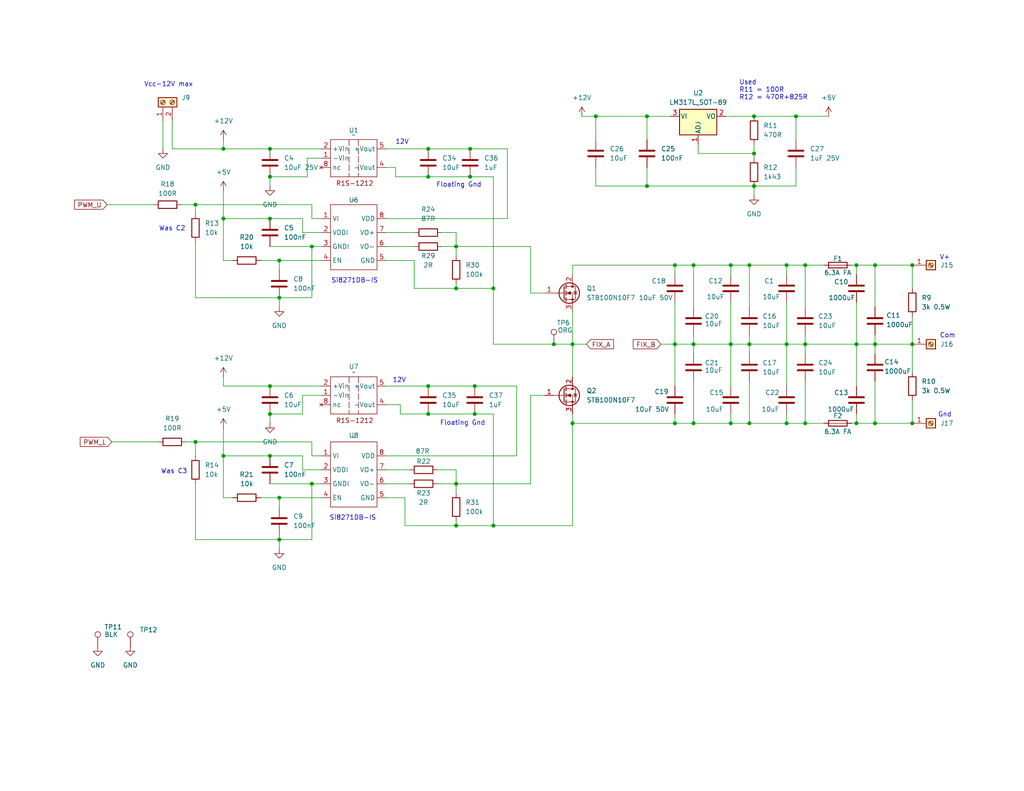
<source format=kicad_sch>
(kicad_sch (version 20250114) (generator "eeschema") (generator_version "9.0")
  (paper "USLetter")
  (title_block (title "Triple Pulse Core Tester") (date "2025-01-31") (rev "0"))
  (lib_symbols
    (symbol "Connector:Screw_Terminal_01x01" (pin_names (offset 1.016) (hide yes))
      (property "Reference" "J" (at 0 2.54 0))
      (property "Value" "Screw_Terminal_01x01" (at 0 -2.54 0))
      (symbol "Screw_Terminal_01x01_1_1"
        (rectangle (start -1.27 1.27) (end 1.27 -1.27) (stroke (width 0.254)) (fill (type background)))
        (polyline (pts (xy -0.5334 0.3302) (xy 0.3302 -0.508)) (stroke (width 0.1524)))
        (polyline (pts (xy -0.3556 0.508) (xy 0.508 -0.3302)) (stroke (width 0.1524)))
        (circle (center 0 0) (radius 0.635) (stroke (width 0.1524)))
        (pin passive line (at -5.08 0 0) (length 3.81) (name "Pin_1") (number "1"))
      )
    )
    (symbol "Connector:Screw_Terminal_01x02" (pin_names (offset 1.016) (hide yes))
      (property "Reference" "J" (at 0 2.54 0))
      (property "Value" "Screw_Terminal_01x02" (at 0 -5.08 0))
      (symbol "Screw_Terminal_01x02_1_1"
        (rectangle (start -1.27 1.27) (end 1.27 -3.81) (stroke (width 0.254)) (fill (type background)))
        (polyline (pts (xy -0.5334 0.3302) (xy 0.3302 -0.508)) (stroke (width 0.1524)))
        (polyline (pts (xy -0.5334 -2.2098) (xy 0.3302 -3.048)) (stroke (width 0.1524)))
        (polyline (pts (xy -0.3556 0.508) (xy 0.508 -0.3302)) (stroke (width 0.1524)))
        (polyline (pts (xy -0.3556 -2.032) (xy 0.508 -2.8702)) (stroke (width 0.1524)))
        (circle (center 0 0) (radius 0.635) (stroke (width 0.1524)))
        (circle (center 0 -2.54) (radius 0.635) (stroke (width 0.1524)))
        (pin passive line (at -5.08 0 0) (length 3.81) (name "Pin_1") (number "1"))
        (pin passive line (at -5.08 -2.54 0) (length 3.81) (name "Pin_2") (number "2"))
      )
    )
    (symbol "Connector:TestPoint" (pin_numbers (hide yes)) (pin_names (offset 0.762) (hide yes))
      (property "Reference" "TP" (at 0 6.858 0))
      (property "Value" "TestPoint" (at 0 5.08 0))
      (symbol "TestPoint_0_1"
        (circle (center 0 3.302) (radius 0.762))
      )
      (symbol "TestPoint_1_1"
        (pin passive line (at 0 0 90) (length 2.54) (name "1") (number "1"))
      )
    )
    (symbol "Device:C" (pin_numbers (hide yes)) (pin_names (offset 0.254))
      (property "Reference" "C" (at 0.635 2.54 0))
      (property "Value" "C" (at 0.635 -2.54 0))
      (symbol "C_0_1"
        (polyline (pts (xy -2.032 0.762) (xy 2.032 0.762)) (stroke (width 0.508)))
        (polyline (pts (xy -2.032 -0.762) (xy 2.032 -0.762)) (stroke (width 0.508)))
      )
      (symbol "C_1_1"
        (pin passive line (at 0 3.81 270) (length 2.794) (name "~") (number "1"))
        (pin passive line (at 0 -3.81 90) (length 2.794) (name "~") (number "2"))
      )
    )
    (symbol "Device:Fuse" (pin_numbers (hide yes)) (pin_names (offset 0))
      (property "Reference" "F" (at 2.032 0 90))
      (property "Value" "Fuse" (at -1.905 0 90))
      (symbol "Fuse_0_1"
        (rectangle (start -0.762 -2.54) (end 0.762 2.54) (stroke (width 0.254)))
        (polyline (pts (xy 0 2.54) (xy 0 -2.54)))
      )
      (symbol "Fuse_1_1"
        (pin passive line (at 0 3.81 270) (length 1.27) (name "~") (number "1"))
        (pin passive line (at 0 -3.81 90) (length 1.27) (name "~") (number "2"))
      )
    )
    (symbol "Device:R" (pin_numbers (hide yes)) (pin_names (offset 0))
      (property "Reference" "R" (at 2.032 0 90))
      (property "Value" "R" (at 0 0 90))
      (symbol "R_0_1"
        (rectangle (start -1.016 -2.54) (end 1.016 2.54) (stroke (width 0.254)))
      )
      (symbol "R_1_1"
        (pin passive line (at 0 3.81 270) (length 1.27) (name "~") (number "1"))
        (pin passive line (at 0 -3.81 90) (length 1.27) (name "~") (number "2"))
      )
    )
    (symbol "GS_Library:R1S-1212"
      (property "Reference" "U" (at 0 6.858 0))
      (symbol "R1S-1212_0_1"
        (rectangle (start -6.35 5.08) (end 6.35 -5.08))
      )
      (symbol "R1S-1212_1_1"
        (polyline (pts (xy -1.27 5.08) (xy -1.27 -5.08)) (stroke (width 0) (type dash)))
        (polyline (pts (xy 1.27 5.08) (xy 1.27 -5.08)) (stroke (width 0) (type dash)))
        (text "R1S-1212" (at 0.254 -6.858 0) (effects (font (size 1.27 1.27))))
        (pin power_in line (at -8.89 2.54 0) (length 2.54) (name "+Vin") (number "2"))
        (pin power_in line (at -8.89 0 0) (length 2.54) (name "-Vin") (number "1"))
        (pin no_connect line (at -8.89 -2.54 0) (length 2.54) (name "nc") (number "8"))
        (pin power_out line (at 8.89 2.54 180) (length 2.54) (name "+Vout") (number "5"))
        (pin power_out line (at 8.89 -2.54 180) (length 2.54) (name "-Vout") (number "4"))
      )
    )
    (symbol "GS_Library:Si8271DB"
      (property "Reference" "U" (at -1.27 10.414 0))
      (symbol "Si8271DB_0_1"
        (rectangle (start -6.35 8.89) (end 6.35 -8.89))
      )
      (symbol "Si8271DB_1_1"
        (pin input line (at -8.89 5.08 0) (length 2.54) (name "VI") (number "1"))
        (pin power_in line (at -8.89 1.27 0) (length 2.54) (name "VDDI") (number "2"))
        (pin power_in line (at -8.89 -2.54 0) (length 2.54) (name "GNDI") (number "3"))
        (pin input line (at -8.89 -6.35 0) (length 2.54) (name "EN") (number "4"))
        (pin power_in line (at 8.89 5.08 180) (length 2.54) (name "VDD") (number "8"))
        (pin output line (at 8.89 1.27 180) (length 2.54) (name "VO+") (number "7"))
        (pin output line (at 8.89 -2.54 180) (length 2.54) (name "VO-") (number "6"))
        (pin power_in line (at 8.89 -6.35 180) (length 2.54) (name "GND") (number "5"))
      )
    )
    (symbol "Regulator_Linear:LM317L_SOT-89" (pin_names (offset 0.254))
      (property "Reference" "U" (at -3.81 3.175 0))
      (property "Value" "LM317L_SOT-89" (at 0 3.175 0))
      (symbol "LM317L_SOT-89_0_1"
        (rectangle (start -5.08 1.905) (end 5.08 -5.08) (stroke (width 0.254)) (fill (type background)))
      )
      (symbol "LM317L_SOT-89_1_1"
        (pin power_in line (at -7.62 0 0) (length 2.54) (name "VI") (number "3"))
        (pin input line (at 0 -7.62 90) (length 2.54) (name "ADJ") (number "1"))
        (pin power_out line (at 7.62 0 180) (length 2.54) (name "VO") (number "2"))
      )
    )
    (symbol "Transistor_FET:STB40N60M2" (pin_names (hide yes))
      (property "Reference" "Q" (at 5.08 1.905 0))
      (property "Value" "STB40N60M2" (at 5.08 0 0))
      (symbol "STB40N60M2_0_1"
        (polyline (pts (xy 0.254 1.905) (xy 0.254 -1.905)) (stroke (width 0.254)))
        (polyline (pts (xy 0.254 0) (xy -2.54 0)))
        (polyline (pts (xy 0.762 2.286) (xy 0.762 1.27)) (stroke (width 0.254)))
        (polyline (pts (xy 0.762 0.508) (xy 0.762 -0.508)) (stroke (width 0.254)))
        (polyline (pts (xy 0.762 -1.27) (xy 0.762 -2.286)) (stroke (width 0.254)))
        (polyline (pts (xy 0.762 -1.778) (xy 3.302 -1.778) (xy 3.302 1.778) (xy 0.762 1.778)))
        (polyline (pts (xy 1.016 0) (xy 2.032 0.381) (xy 2.032 -0.381) (xy 1.016 0)) (fill (type outline)))
        (circle (center 1.651 0) (radius 2.794) (stroke (width 0.254)))
        (polyline (pts (xy 2.54 2.54) (xy 2.54 1.778)))
        (circle (center 2.54 1.778) (radius 0.254) (fill (type outline)))
        (circle (center 2.54 -1.778) (radius 0.254) (fill (type outline)))
        (polyline (pts (xy 2.54 -2.54) (xy 2.54 0) (xy 0.762 0)))
        (polyline (pts (xy 2.794 0.508) (xy 2.921 0.381) (xy 3.683 0.381) (xy 3.81 0.254)))
        (polyline (pts (xy 3.302 0.381) (xy 2.921 -0.254) (xy 3.683 -0.254) (xy 3.302 0.381)))
      )
      (symbol "STB40N60M2_1_1"
        (pin passive line (at -5.08 0 0) (length 2.54) (name "G") (number "1"))
        (pin passive line (at 2.54 5.08 270) (length 2.54) (name "D") (number "2"))
        (pin passive line (at 2.54 -5.08 90) (length 2.54) (name "S") (number "3"))
      )
    )
    (symbol "power:+12V" (power) (pin_numbers (hide yes)) (pin_names (offset 0) (hide yes))
      (property "Value" "+12V" (at 0 3.556 0))
      (symbol "+12V_0_1"
        (polyline (pts (xy -0.762 1.27) (xy 0 2.54)))
        (polyline (pts (xy 0 2.54) (xy 0.762 1.27)))
        (polyline (pts (xy 0 0) (xy 0 2.54)))
      )
      (symbol "+12V_1_1"
        (pin power_in line (at 0 0 90) (length 0) (name "~") (number "1"))
      )
    )
    (symbol "power:+5V" (power) (pin_numbers (hide yes)) (pin_names (offset 0) (hide yes))
      (property "Value" "+5V" (at 0 3.556 0))
      (symbol "+5V_0_1"
        (polyline (pts (xy -0.762 1.27) (xy 0 2.54)))
        (polyline (pts (xy 0 2.54) (xy 0.762 1.27)))
        (polyline (pts (xy 0 0) (xy 0 2.54)))
      )
      (symbol "+5V_1_1"
        (pin power_in line (at 0 0 90) (length 0) (name "~") (number "1"))
      )
    )
    (symbol "power:GND" (power) (pin_numbers (hide yes)) (pin_names (offset 0) (hide yes))
      (property "Value" "GND" (at 0 -3.81 0))
      (symbol "GND_0_1"
        (polyline (pts (xy 0 0) (xy 0 -1.27) (xy 1.27 -1.27) (xy 0 -2.54) (xy -1.27 -1.27) (xy 0 -1.27)))
      )
      (symbol "GND_1_1"
        (pin power_in line (at 0 0 270) (length 0) (name "~") (number "1"))
      )
    )
  )
  (text "12V" (at 108.966 103.886 0) (effects (font (size 1.27 1.27))))
  (text "Was C3" (at 47.498 128.778 0) (effects (font (size 1.27 1.27))))
  (text "Si8271DB-IS" (at 96.774 76.708 0) (effects (font (size 1.27 1.27))))
  (text "Was C2" (at 46.99 62.484 0) (effects (font (size 1.27 1.27))))
  (text "Si8271DB-IS" (at 96.266 141.478 0) (effects (font (size 1.27 1.27))))
  (text "12V" (at 109.728 38.862 0) (effects (font (size 1.27 1.27))))
  (text "Vcc-12V max" (at 45.974 23.114 0) (effects (font (size 1.27 1.27))))
  (text "Floating Gnd" (at 126.238 115.57 0) (effects (font (size 1.27 1.27))))
  (text "V+" (at 257.81 70.358 0) (effects (font (size 1.27 1.27))))
  (text "Used\nR11 = 100R\nR12 = 470R+825R" (at 201.676 24.638 0) (effects (font (size 1.27 1.27)) (justify left)))
  (text "Floating Gnd" (at 125.222 50.546 0) (effects (font (size 1.27 1.27))))
  (text "Gnd" (at 257.81 113.284 0) (effects (font (size 1.27 1.27))))
  (text "Com" (at 258.572 91.694 0) (effects (font (size 1.27 1.27))))
  (junction (at 73.66 48.26))
  (junction (at 60.96 59.69))
  (junction (at 76.2 135.89))
  (junction (at 199.39 72.39))
  (junction (at 176.53 50.8))
  (junction (at 128.27 40.64))
  (junction (at 189.23 93.98))
  (junction (at 129.54 113.03))
  (junction (at 73.66 113.03))
  (junction (at 176.53 31.75))
  (junction (at 189.23 72.39))
  (junction (at 151.13 93.98))
  (junction (at 233.68 93.98))
  (junction (at 124.46 132.08))
  (junction (at 184.15 93.98))
  (junction (at 124.46 67.31))
  (junction (at 128.27 48.26))
  (junction (at 73.66 59.69))
  (junction (at 134.62 143.51))
  (junction (at 156.21 93.98))
  (junction (at 238.76 72.39))
  (junction (at 248.92 93.98))
  (junction (at 214.63 115.57))
  (junction (at 233.68 115.57))
  (junction (at 199.39 93.98))
  (junction (at 73.66 40.64))
  (junction (at 219.71 115.57))
  (junction (at 53.34 55.88))
  (junction (at 129.54 105.41))
  (junction (at 73.66 124.46))
  (junction (at 205.74 50.8))
  (junction (at 204.47 115.57))
  (junction (at 205.74 31.75))
  (junction (at 199.39 115.57))
  (junction (at 76.2 147.32))
  (junction (at 85.09 67.31))
  (junction (at 248.92 72.39))
  (junction (at 53.34 120.65))
  (junction (at 184.15 72.39))
  (junction (at 219.71 93.98))
  (junction (at 124.46 143.51))
  (junction (at 214.63 72.39))
  (junction (at 134.62 78.74))
  (junction (at 76.2 71.12))
  (junction (at 85.09 132.08))
  (junction (at 238.76 115.57))
  (junction (at 60.96 124.46))
  (junction (at 162.56 31.75))
  (junction (at 184.15 115.57))
  (junction (at 205.74 41.91))
  (junction (at 76.2 81.28))
  (junction (at 189.23 115.57))
  (junction (at 156.21 115.57))
  (junction (at 116.84 40.64))
  (junction (at 238.76 93.98))
  (junction (at 217.17 31.75))
  (junction (at 214.63 93.98))
  (junction (at 248.92 115.57))
  (junction (at 233.68 72.39))
  (junction (at 116.84 105.41))
  (junction (at 60.96 40.64))
  (junction (at 204.47 72.39))
  (junction (at 116.84 48.26))
  (junction (at 73.66 105.41))
  (junction (at 124.46 78.74))
  (junction (at 116.84 113.03))
  (junction (at 204.47 93.98))
  (junction (at 219.71 72.39))
  (no_connect (at 271.78 226.06))
  (wire (pts (xy 238.76 93.98) (xy 238.76 96.52)))
  (wire (pts (xy 73.66 124.46) (xy 82.55 124.46)))
  (wire (pts (xy 85.09 81.28) (xy 85.09 67.31)))
  (wire (pts (xy 156.21 143.51) (xy 156.21 115.57)))
  (wire (pts (xy 232.41 72.39) (xy 233.68 72.39)))
  (wire (pts (xy 134.62 78.74) (xy 134.62 93.98)))
  (wire (pts (xy 248.92 93.98) (xy 248.92 101.6)))
  (wire (pts (xy 204.47 104.14) (xy 204.47 115.57)))
  (wire (pts (xy 144.78 67.31) (xy 144.78 80.01)))
  (wire (pts (xy 233.68 115.57) (xy 238.76 115.57)))
  (wire (pts (xy 205.74 50.8) (xy 205.74 53.34)))
  (wire (pts (xy 214.63 93.98) (xy 214.63 105.41)))
  (wire (pts (xy 113.03 78.74) (xy 124.46 78.74)))
  (wire (pts (xy 190.5 41.91) (xy 205.74 41.91)))
  (wire (pts (xy 60.96 38.1) (xy 60.96 40.64)))
  (wire (pts (xy 85.09 59.69) (xy 85.09 55.88)))
  (wire (pts (xy 105.41 40.64) (xy 116.84 40.64)))
  (wire (pts (xy 87.63 59.69) (xy 85.09 59.69)))
  (wire (pts (xy 107.95 48.26) (xy 116.84 48.26)))
  (wire (pts (xy 110.49 143.51) (xy 124.46 143.51)))
  (wire (pts (xy 105.41 45.72) (xy 107.95 45.72)))
  (wire (pts (xy 176.53 50.8) (xy 205.74 50.8)))
  (wire (pts (xy 162.56 31.75) (xy 162.56 38.1)))
  (wire (pts (xy 105.41 71.12) (xy 113.03 71.12)))
  (wire (pts (xy 128.27 48.26) (xy 134.62 48.26)))
  (wire (pts (xy 176.53 45.72) (xy 176.53 50.8)))
  (wire (pts (xy 73.66 59.69) (xy 60.96 59.69)))
  (wire (pts (xy 138.43 40.64) (xy 138.43 59.69)))
  (wire (pts (xy 219.71 91.44) (xy 219.71 93.98)))
  (wire (pts (xy 105.41 105.41) (xy 116.84 105.41)))
  (wire (pts (xy 129.54 113.03) (xy 134.62 113.03)))
  (wire (pts (xy 60.96 135.89) (xy 63.5 135.89)))
  (wire (pts (xy 180.34 93.98) (xy 184.15 93.98)))
  (wire (pts (xy 60.96 116.84) (xy 60.96 124.46)))
  (wire (pts (xy 85.09 132.08) (xy 85.09 147.32)))
  (wire (pts (xy 60.96 124.46) (xy 60.96 135.89)))
  (wire (pts (xy 248.92 86.36) (xy 248.92 93.98)))
  (wire (pts (xy 134.62 143.51) (xy 156.21 143.51)))
  (wire (pts (xy 199.39 82.55) (xy 199.39 93.98)))
  (wire (pts (xy 189.23 91.44) (xy 189.23 93.98)))
  (wire (pts (xy 184.15 72.39) (xy 189.23 72.39)))
  (wire (pts (xy 105.41 128.27) (xy 111.76 128.27)))
  (wire (pts (xy 30.48 120.65) (xy 43.18 120.65)))
  (wire (pts (xy 162.56 31.75) (xy 176.53 31.75)))
  (wire (pts (xy 107.95 45.72) (xy 107.95 48.26)))
  (wire (pts (xy 184.15 115.57) (xy 189.23 115.57)))
  (wire (pts (xy 162.56 50.8) (xy 176.53 50.8)))
  (wire (pts (xy 109.22 113.03) (xy 116.84 113.03)))
  (wire (pts (xy 217.17 31.75) (xy 226.06 31.75)))
  (wire (pts (xy 184.15 93.98) (xy 184.15 105.41)))
  (wire (pts (xy 116.84 40.64) (xy 128.27 40.64)))
  (wire (pts (xy 156.21 115.57) (xy 184.15 115.57)))
  (wire (pts (xy 219.71 72.39) (xy 219.71 83.82)))
  (wire (pts (xy 73.66 59.69) (xy 82.55 59.69)))
  (wire (pts (xy 60.96 52.07) (xy 60.96 59.69)))
  (wire (pts (xy 87.63 124.46) (xy 85.09 124.46)))
  (wire (pts (xy 82.55 124.46) (xy 82.55 128.27)))
  (wire (pts (xy 73.66 132.08) (xy 85.09 132.08)))
  (wire (pts (xy 76.2 135.89) (xy 87.63 135.89)))
  (wire (pts (xy 116.84 113.03) (xy 129.54 113.03)))
  (wire (pts (xy 248.92 72.39) (xy 248.92 78.74)))
  (wire (pts (xy 204.47 72.39) (xy 204.47 83.82)))
  (wire (pts (xy 156.21 72.39) (xy 184.15 72.39)))
  (wire (pts (xy 53.34 66.04) (xy 53.34 81.28)))
  (wire (pts (xy 144.78 80.01) (xy 148.59 80.01)))
  (wire (pts (xy 73.66 40.64) (xy 87.63 40.64)))
  (wire (pts (xy 60.96 102.87) (xy 60.96 105.41)))
  (wire (pts (xy 214.63 113.03) (xy 214.63 115.57)))
  (wire (pts (xy 124.46 132.08) (xy 144.78 132.08)))
  (wire (pts (xy 184.15 93.98) (xy 189.23 93.98)))
  (wire (pts (xy 233.68 72.39) (xy 238.76 72.39)))
  (wire (pts (xy 205.74 39.37) (xy 205.74 41.91)))
  (wire (pts (xy 219.71 93.98) (xy 233.68 93.98)))
  (wire (pts (xy 233.68 82.55) (xy 233.68 93.98)))
  (wire (pts (xy 238.76 91.44) (xy 238.76 93.98)))
  (wire (pts (xy 82.55 107.95) (xy 82.55 113.03)))
  (wire (pts (xy 124.46 63.5) (xy 124.46 67.31)))
  (wire (pts (xy 189.23 115.57) (xy 199.39 115.57)))
  (wire (pts (xy 140.97 105.41) (xy 140.97 124.46)))
  (wire (pts (xy 184.15 82.55) (xy 184.15 93.98)))
  (wire (pts (xy 76.2 147.32) (xy 76.2 149.86)))
  (wire (pts (xy 50.8 120.65) (xy 53.34 120.65)))
  (wire (pts (xy 156.21 85.09) (xy 156.21 93.98)))
  (wire (pts (xy 189.23 72.39) (xy 189.23 83.82)))
  (wire (pts (xy 73.66 67.31) (xy 85.09 67.31)))
  (wire (pts (xy 134.62 93.98) (xy 151.13 93.98)))
  (wire (pts (xy 73.66 113.03) (xy 73.66 115.57)))
  (wire (pts (xy 232.41 115.57) (xy 233.68 115.57)))
  (wire (pts (xy 46.99 40.64) (xy 60.96 40.64)))
  (wire (pts (xy 49.53 55.88) (xy 53.34 55.88)))
  (wire (pts (xy 217.17 31.75) (xy 217.17 38.1)))
  (wire (pts (xy 76.2 147.32) (xy 85.09 147.32)))
  (wire (pts (xy 214.63 82.55) (xy 214.63 93.98)))
  (wire (pts (xy 162.56 45.72) (xy 162.56 50.8)))
  (wire (pts (xy 82.55 107.95) (xy 87.63 107.95)))
  (wire (pts (xy 87.63 132.08) (xy 85.09 132.08)))
  (wire (pts (xy 156.21 113.03) (xy 156.21 115.57)))
  (wire (pts (xy 176.53 31.75) (xy 176.53 38.1)))
  (wire (pts (xy 73.66 105.41) (xy 87.63 105.41)))
  (wire (pts (xy 219.71 115.57) (xy 224.79 115.57)))
  (wire (pts (xy 238.76 104.14) (xy 238.76 115.57)))
  (wire (pts (xy 151.13 93.98) (xy 156.21 93.98)))
  (wire (pts (xy 113.03 71.12) (xy 113.03 78.74)))
  (wire (pts (xy 138.43 59.69) (xy 105.41 59.69)))
  (wire (pts (xy 199.39 115.57) (xy 204.47 115.57)))
  (wire (pts (xy 238.76 115.57) (xy 248.92 115.57)))
  (wire (pts (xy 76.2 81.28) (xy 76.2 83.82)))
  (wire (pts (xy 124.46 77.47) (xy 124.46 78.74)))
  (wire (pts (xy 44.45 33.02) (xy 44.45 40.64)))
  (wire (pts (xy 73.66 48.26) (xy 73.66 50.8)))
  (wire (pts (xy 128.27 40.64) (xy 138.43 40.64)))
  (wire (pts (xy 189.23 93.98) (xy 189.23 96.52)))
  (wire (pts (xy 120.65 67.31) (xy 124.46 67.31)))
  (wire (pts (xy 85.09 124.46) (xy 85.09 120.65)))
  (wire (pts (xy 60.96 105.41) (xy 73.66 105.41)))
  (wire (pts (xy 60.96 40.64) (xy 73.66 40.64)))
  (wire (pts (xy 105.41 110.49) (xy 109.22 110.49)))
  (wire (pts (xy 233.68 93.98) (xy 238.76 93.98)))
  (wire (pts (xy 238.76 72.39) (xy 238.76 83.82)))
  (wire (pts (xy 116.84 48.26) (xy 128.27 48.26)))
  (wire (pts (xy 214.63 72.39) (xy 219.71 72.39)))
  (wire (pts (xy 53.34 132.08) (xy 53.34 147.32)))
  (wire (pts (xy 76.2 71.12) (xy 76.2 73.66)))
  (wire (pts (xy 124.46 67.31) (xy 144.78 67.31)))
  (wire (pts (xy 82.55 128.27) (xy 87.63 128.27)))
  (wire (pts (xy 85.09 67.31) (xy 87.63 67.31)))
  (wire (pts (xy 82.55 63.5) (xy 87.63 63.5)))
  (wire (pts (xy 60.96 59.69) (xy 60.96 71.12)))
  (wire (pts (xy 217.17 50.8) (xy 217.17 45.72)))
  (wire (pts (xy 238.76 72.39) (xy 248.92 72.39)))
  (wire (pts (xy 76.2 146.05) (xy 76.2 147.32)))
  (wire (pts (xy 124.46 78.74) (xy 134.62 78.74)))
  (wire (pts (xy 184.15 113.03) (xy 184.15 115.57)))
  (wire (pts (xy 156.21 93.98) (xy 160.02 93.98)))
  (wire (pts (xy 46.99 33.02) (xy 46.99 40.64)))
  (wire (pts (xy 76.2 135.89) (xy 76.2 138.43)))
  (wire (pts (xy 219.71 72.39) (xy 224.79 72.39)))
  (wire (pts (xy 198.12 31.75) (xy 205.74 31.75)))
  (wire (pts (xy 205.74 50.8) (xy 217.17 50.8)))
  (wire (pts (xy 204.47 91.44) (xy 204.47 93.98)))
  (wire (pts (xy 156.21 93.98) (xy 156.21 102.87)))
  (wire (pts (xy 219.71 104.14) (xy 219.71 115.57)))
  (wire (pts (xy 204.47 115.57) (xy 214.63 115.57)))
  (wire (pts (xy 214.63 115.57) (xy 219.71 115.57)))
  (wire (pts (xy 204.47 72.39) (xy 214.63 72.39)))
  (wire (pts (xy 109.22 110.49) (xy 109.22 113.03)))
  (wire (pts (xy 144.78 107.95) (xy 144.78 132.08)))
  (wire (pts (xy 53.34 55.88) (xy 53.34 58.42)))
  (wire (pts (xy 105.41 67.31) (xy 113.03 67.31)))
  (wire (pts (xy 71.12 135.89) (xy 76.2 135.89)))
  (wire (pts (xy 119.38 132.08) (xy 124.46 132.08)))
  (wire (pts (xy 204.47 93.98) (xy 204.47 96.52)))
  (wire (pts (xy 53.34 120.65) (xy 85.09 120.65)))
  (wire (pts (xy 134.62 48.26) (xy 134.62 78.74)))
  (wire (pts (xy 204.47 93.98) (xy 214.63 93.98)))
  (wire (pts (xy 73.66 124.46) (xy 60.96 124.46)))
  (wire (pts (xy 105.41 63.5) (xy 113.03 63.5)))
  (wire (pts (xy 60.96 71.12) (xy 63.5 71.12)))
  (wire (pts (xy 184.15 72.39) (xy 184.15 74.93)))
  (wire (pts (xy 134.62 113.03) (xy 134.62 143.51)))
  (wire (pts (xy 83.82 48.26) (xy 83.82 43.18)))
  (wire (pts (xy 214.63 93.98) (xy 219.71 93.98)))
  (wire (pts (xy 176.53 31.75) (xy 182.88 31.75)))
  (wire (pts (xy 53.34 55.88) (xy 85.09 55.88)))
  (wire (pts (xy 214.63 72.39) (xy 214.63 74.93)))
  (wire (pts (xy 205.74 41.91) (xy 205.74 43.18)))
  (wire (pts (xy 110.49 135.89) (xy 110.49 143.51)))
  (wire (pts (xy 233.68 93.98) (xy 233.68 105.41)))
  (wire (pts (xy 199.39 72.39) (xy 204.47 72.39)))
  (wire (pts (xy 238.76 93.98) (xy 248.92 93.98)))
  (wire (pts (xy 29.21 55.88) (xy 41.91 55.88)))
  (wire (pts (xy 73.66 48.26) (xy 83.82 48.26)))
  (wire (pts (xy 83.82 43.18) (xy 87.63 43.18)))
  (wire (pts (xy 76.2 81.28) (xy 85.09 81.28)))
  (wire (pts (xy 189.23 104.14) (xy 189.23 115.57)))
  (wire (pts (xy 156.21 72.39) (xy 156.21 74.93)))
  (wire (pts (xy 219.71 93.98) (xy 219.71 96.52)))
  (wire (pts (xy 120.65 63.5) (xy 124.46 63.5)))
  (wire (pts (xy 190.5 39.37) (xy 190.5 41.91)))
  (wire (pts (xy 148.59 107.95) (xy 144.78 107.95)))
  (wire (pts (xy 53.34 120.65) (xy 53.34 124.46)))
  (wire (pts (xy 82.55 59.69) (xy 82.55 63.5)))
  (wire (pts (xy 129.54 105.41) (xy 140.97 105.41)))
  (wire (pts (xy 76.2 71.12) (xy 87.63 71.12)))
  (wire (pts (xy 119.38 128.27) (xy 124.46 128.27)))
  (wire (pts (xy 199.39 72.39) (xy 199.39 74.93)))
  (wire (pts (xy 199.39 93.98) (xy 204.47 93.98)))
  (wire (pts (xy 158.75 31.75) (xy 162.56 31.75)))
  (wire (pts (xy 189.23 93.98) (xy 199.39 93.98)))
  (wire (pts (xy 71.12 71.12) (xy 76.2 71.12)))
  (wire (pts (xy 53.34 81.28) (xy 76.2 81.28)))
  (wire (pts (xy 124.46 142.24) (xy 124.46 143.51)))
  (wire (pts (xy 124.46 143.51) (xy 134.62 143.51)))
  (wire (pts (xy 205.74 31.75) (xy 217.17 31.75)))
  (wire (pts (xy 124.46 132.08) (xy 124.46 134.62)))
  (wire (pts (xy 233.68 113.03) (xy 233.68 115.57)))
  (wire (pts (xy 105.41 135.89) (xy 110.49 135.89)))
  (wire (pts (xy 140.97 124.46) (xy 105.41 124.46)))
  (wire (pts (xy 73.66 113.03) (xy 82.55 113.03)))
  (wire (pts (xy 248.92 109.22) (xy 248.92 115.57)))
  (wire (pts (xy 116.84 105.41) (xy 129.54 105.41)))
  (wire (pts (xy 199.39 113.03) (xy 199.39 115.57)))
  (wire (pts (xy 105.41 132.08) (xy 111.76 132.08)))
  (wire (pts (xy 189.23 72.39) (xy 199.39 72.39)))
  (wire (pts (xy 199.39 93.98) (xy 199.39 105.41)))
  (wire (pts (xy 233.68 72.39) (xy 233.68 74.93)))
  (wire (pts (xy 124.46 128.27) (xy 124.46 132.08)))
  (wire (pts (xy 53.34 147.32) (xy 76.2 147.32)))
  (wire (pts (xy 124.46 67.31) (xy 124.46 69.85)))
  (global_label "PWM_L" (shape input) (at 30.48 120.65 180) (property "Intersheetrefs" "${INTERSHEET_REFS}" (effects (hide yes))))
  (global_label "PWM_U" (shape input) (at 29.21 55.88 180) (property "Intersheetrefs" "${INTERSHEET_REFS}" (effects (hide yes))))
  (global_label "FIX_A" (shape input) (at 160.02 93.98 0) (property "Intersheetrefs" "${INTERSHEET_REFS}" (effects (hide yes))))
  (global_label "FIX_B" (shape input) (at 180.34 93.98 180) (property "Intersheetrefs" "${INTERSHEET_REFS}" (effects (hide yes))))
  (symbol (lib_id "power:+5V") (at 60.96 52.07 0) (unit 1)
    (property "Reference" "#PWR08" (effects (hide yes)))
    (property "Value" "+5V" (at 60.96 46.99 0))
    (property "Description" "Power symbol creates a global label with name \"+5V\"" (effects (hide yes)))
  )
  (symbol (lib_id "GS_Library:Si8271DB") (at 96.52 129.54 0) (unit 1)
    (property "Reference" "U8" (at 96.52 118.872 0))
    (property "Value" "~" (at 96.52 119.38 0))
    (property "Footprint" "Package_SO:SOIC-8_3.9x4.9mm_P1.27mm" (effects (hide yes)))
  )
  (symbol (lib_id "Device:C") (at 199.39 78.74 0) (unit 1)
    (property "Reference" "C12" (at 193.294 76.708 0) (effects (justify left)))
    (property "Value" "10uF" (at 192.786 81.026 0) (effects (justify left)))
    (property "Footprint" "Capacitor_SMD:C_1210_3225Metric" (effects (hide yes)))
    (property "Description" "Unpolarized capacitor" (effects (hide yes)))
  )
  (symbol (lib_id "Connector:TestPoint") (at 26.67 176.53 0) (unit 1)
    (property "Reference" "TP11" (at 28.448 171.196 0) (effects (justify left)))
    (property "Value" "BLK" (at 28.448 173.228 0) (effects (justify left)))
    (property "Footprint" "TestPoint:TestPoint_Keystone_5010-5014_Multipurpose" (effects (hide yes)))
    (property "Description" "test point" (effects (hide yes)))
  )
  (symbol (lib_id "Device:R") (at 115.57 132.08 90) (unit 1)
    (property "Reference" "R23" (at 115.57 134.62 90))
    (property "Value" "2R" (at 115.57 137.16 90))
    (property "Footprint" "Resistor_SMD:R_0805_2012Metric" (effects (hide yes)))
    (property "Description" "Resistor" (effects (hide yes)))
  )
  (symbol (lib_id "Device:C") (at 73.66 63.5 0) (unit 1)
    (property "Reference" "C5" (at 77.47 62.2299 0) (effects (justify left)))
    (property "Value" "100nF" (at 77.47 64.7699 0) (effects (justify left)))
    (property "Footprint" "Capacitor_SMD:C_0805_2012Metric" (effects (hide yes)))
    (property "Description" "Unpolarized capacitor" (effects (hide yes)))
  )
  (symbol (lib_id "Device:R") (at 45.72 55.88 90) (unit 1)
    (property "Reference" "R18" (at 45.72 50.292 90))
    (property "Value" "100R" (at 45.72 52.832 90))
    (property "Footprint" "Resistor_SMD:R_0805_2012Metric" (effects (hide yes)))
    (property "Description" "Resistor" (effects (hide yes)))
  )
  (symbol (lib_id "power:GND") (at 73.66 50.8 0) (unit 1)
    (property "Reference" "#PWR05" (effects (hide yes)))
    (property "Value" "GND" (at 73.66 55.88 0))
    (property "Description" "Power symbol creates a global label with name \"GND\" , ground" (effects (hide yes)))
  )
  (symbol (lib_id "power:GND") (at 73.66 115.57 0) (unit 1)
    (property "Reference" "#PWR06" (effects (hide yes)))
    (property "Value" "GND" (at 73.66 120.65 0))
    (property "Description" "Power symbol creates a global label with name \"GND\" , ground" (effects (hide yes)))
  )
  (symbol (lib_id "power:GND") (at 44.45 40.64 0) (unit 1)
    (property "Reference" "#PWR011" (effects (hide yes)))
    (property "Value" "GND" (at 44.45 45.72 0))
    (property "Description" "Power symbol creates a global label with name \"GND\" , ground" (effects (hide yes)))
  )
  (symbol (lib_id "Device:R") (at 248.92 105.41 0) (unit 1)
    (property "Reference" "R10" (at 251.46 104.1399 0) (effects (justify left)))
    (property "Value" "3k 0.5W" (at 251.46 106.6799 0) (effects (justify left)))
    (property "Footprint" "Resistor_THT:R_Axial_DIN0309_L9.0mm_D3.2mm_P15.24mm_Horizontal" (effects (hide yes)))
    (property "Description" "Resistor" (effects (hide yes)))
  )
  (symbol (lib_id "power:GND") (at 76.2 149.86 0) (unit 1)
    (property "Reference" "#PWR04" (effects (hide yes)))
    (property "Value" "GND" (at 76.2 154.94 0))
    (property "Description" "Power symbol creates a global label with name \"GND\" , ground" (effects (hide yes)))
  )
  (symbol (lib_id "Device:C") (at 238.76 100.33 0) (unit 1)
    (property "Reference" "C14" (at 241.3 98.806 0) (effects (justify left)))
    (property "Value" "1000uF" (at 241.3 101.346 0) (effects (justify left)))
    (property "Footprint" "Capacitor_THT:CP_Radial_D30.0mm_P10.00mm_SnapIn" (effects (hide yes)))
    (property "Description" "Unpolarized capacitor" (effects (hide yes)))
  )
  (symbol (lib_id "Device:C") (at 219.71 100.33 0) (unit 1)
    (property "Reference" "C24" (at 223.266 99.06 0) (effects (justify left)))
    (property "Value" "10uF" (at 223.266 101.6 0) (effects (justify left)))
    (property "Footprint" "Capacitor_SMD:C_1210_3225Metric" (effects (hide yes)))
    (property "Description" "Unpolarized capacitor" (effects (hide yes)))
  )
  (symbol (lib_id "Device:C") (at 176.53 41.91 0) (unit 1)
    (property "Reference" "C25" (at 180.34 40.6399 0) (effects (justify left)))
    (property "Value" "100nF" (at 180.34 43.1799 0) (effects (justify left)))
    (property "Footprint" "Capacitor_SMD:C_0805_2012Metric" (effects (hide yes)))
    (property "Description" "Unpolarized capacitor" (effects (hide yes)))
  )
  (symbol (lib_id "Device:C") (at 73.66 109.22 0) (unit 1)
    (property "Reference" "C6" (at 77.47 107.9499 0) (effects (justify left)))
    (property "Value" "10uF" (at 77.47 110.4899 0) (effects (justify left)))
    (property "Footprint" "Capacitor_SMD:C_0805_2012Metric" (effects (hide yes)))
    (property "Description" "Unpolarized capacitor" (effects (hide yes)))
  )
  (symbol (lib_id "Device:R") (at 116.84 63.5 90) (unit 1)
    (property "Reference" "R24" (at 116.84 57.15 90))
    (property "Value" "87R" (at 116.84 59.69 90))
    (property "Footprint" "Resistor_SMD:R_0805_2012Metric" (effects (hide yes)))
    (property "Description" "Resistor" (effects (hide yes)))
  )
  (symbol (lib_id "power:GND") (at 26.67 176.53 0) (unit 1)
    (property "Reference" "#PWR013" (effects (hide yes)))
    (property "Value" "GND" (at 26.67 181.61 0))
    (property "Description" "Power symbol creates a global label with name \"GND\" , ground" (effects (hide yes)))
  )
  (symbol (lib_id "Device:Fuse") (at 228.6 72.39 90) (unit 1)
    (property "Reference" "F1" (at 228.6 70.612 90))
    (property "Value" "6.3A FA" (at 228.6 74.422 90))
    (property "Footprint" "Fuse:Fuseholder_TR5_Littelfuse_No560_No460" (effects (hide yes)))
    (property "Description" "Fuse" (effects (hide yes)))
  )
  (symbol (lib_id "Device:C") (at 76.2 77.47 0) (unit 1)
    (property "Reference" "C8" (at 80.01 76.1999 0) (effects (justify left)))
    (property "Value" "100nF" (at 80.01 78.7399 0) (effects (justify left)))
    (property "Footprint" "Capacitor_SMD:C_0805_2012Metric" (effects (hide yes)))
    (property "Description" "Unpolarized capacitor" (effects (hide yes)))
  )
  (symbol (lib_id "Device:C") (at 189.23 87.63 0) (unit 1)
    (property "Reference" "C20" (at 192.278 86.36 0) (effects (justify left)))
    (property "Value" "10uF" (at 192.278 88.392 0) (effects (justify left)))
    (property "Footprint" "Capacitor_SMD:C_1210_3225Metric" (effects (hide yes)))
    (property "Description" "Unpolarized capacitor" (effects (hide yes)))
  )
  (symbol (lib_id "Device:C") (at 116.84 109.22 0) (unit 1)
    (property "Reference" "C35" (at 120.65 107.9499 0) (effects (justify left)))
    (property "Value" "10uF" (at 120.65 110.4899 0) (effects (justify left)))
    (property "Footprint" "Capacitor_SMD:C_0805_2012Metric" (effects (hide yes)))
    (property "Description" "Unpolarized capacitor" (effects (hide yes)))
  )
  (symbol (lib_id "power:+12V") (at 60.96 38.1 0) (unit 1)
    (property "Reference" "#PWR02" (effects (hide yes)))
    (property "Value" "+12V" (at 60.96 33.02 0))
    (property "Description" "Power symbol creates a global label with name \"+12V\"" (effects (hide yes)))
  )
  (symbol (lib_id "Device:C") (at 233.68 109.22 0) (unit 1)
    (property "Reference" "C13" (at 227.584 107.188 0) (effects (justify left)))
    (property "Value" "1000uF" (at 225.806 111.76 0) (effects (justify left)))
    (property "Footprint" "Capacitor_THT:CP_Radial_D30.0mm_P10.00mm_SnapIn" (effects (hide yes)))
    (property "Description" "Unpolarized capacitor" (effects (hide yes)))
  )
  (symbol (lib_id "Device:C") (at 199.39 109.22 0) (unit 1)
    (property "Reference" "C15" (at 193.548 107.188 0) (effects (justify left)))
    (property "Value" "10uF" (at 192.532 111.76 0) (effects (justify left)))
    (property "Footprint" "Capacitor_SMD:C_1210_3225Metric" (effects (hide yes)))
    (property "Description" "Unpolarized capacitor" (effects (hide yes)))
  )
  (symbol (lib_id "power:+5V") (at 226.06 31.75 0) (unit 1)
    (property "Reference" "#PWR010" (effects (hide yes)))
    (property "Value" "+5V" (at 226.06 26.67 0))
    (property "Description" "Power symbol creates a global label with name \"+5V\"" (effects (hide yes)))
  )
  (symbol (lib_id "Transistor_FET:STB40N60M2") (at 153.67 107.95 0) (unit 1)
    (property "Reference" "Q2" (at 160.02 106.6799 0) (effects (justify left)))
    (property "Value" "STB100N10F7" (at 160.02 109.2199 0) (effects (justify left)))
    (property "Footprint" "Package_TO_SOT_THT:TO-220-3_Vertical" (effects (hide yes)))
    (property "Datasheet" "https://www.st.com/resource/en/datasheet/stp40n60m2.pdf" (effects (hide yes)))
    (property "Description" "34A Id, 600V Vds, N-Channel MDmesh M2 MOSFET, 78mOhm Ron, D2PAK" (effects (hide yes)))
  )
  (symbol (lib_id "Device:C") (at 189.23 100.33 0) (unit 1)
    (property "Reference" "C21" (at 192.278 99.06 0) (effects (justify left)))
    (property "Value" "10uF" (at 192.278 101.092 0) (effects (justify left)))
    (property "Footprint" "Capacitor_SMD:C_1210_3225Metric" (effects (hide yes)))
    (property "Description" "Unpolarized capacitor" (effects (hide yes)))
  )
  (symbol (lib_id "Device:C") (at 214.63 109.22 0) (unit 1)
    (property "Reference" "C22" (at 208.788 107.188 0) (effects (justify left)))
    (property "Value" "10uF" (at 207.772 111.76 0) (effects (justify left)))
    (property "Footprint" "Capacitor_SMD:C_1210_3225Metric" (effects (hide yes)))
    (property "Description" "Unpolarized capacitor" (effects (hide yes)))
  )
  (symbol (lib_id "Device:R") (at 67.31 135.89 90) (unit 1)
    (property "Reference" "R21" (at 67.31 129.54 90))
    (property "Value" "10k" (at 67.31 132.08 90))
    (property "Footprint" "Resistor_SMD:R_0805_2012Metric" (effects (hide yes)))
    (property "Description" "Resistor" (effects (hide yes)))
  )
  (symbol (lib_id "Device:R") (at 53.34 62.23 0) (unit 1)
    (property "Reference" "R13" (at 55.88 60.9599 0) (effects (justify left)))
    (property "Value" "10k" (at 55.88 63.4999 0) (effects (justify left)))
    (property "Footprint" "Resistor_SMD:R_0805_2012Metric" (effects (hide yes)))
    (property "Description" "Resistor" (effects (hide yes)))
  )
  (symbol (lib_id "Device:R") (at 124.46 73.66 0) (unit 1)
    (property "Reference" "R30" (at 127 72.3899 0) (effects (justify left)))
    (property "Value" "100k" (at 127 74.9299 0) (effects (justify left)))
    (property "Footprint" "Resistor_SMD:R_0805_2012Metric" (effects (hide yes)))
    (property "Description" "Resistor" (effects (hide yes)))
  )
  (symbol (lib_id "Device:R") (at 46.99 120.65 90) (unit 1)
    (property "Reference" "R19" (at 46.99 114.3 90))
    (property "Value" "100R" (at 46.99 116.84 90))
    (property "Footprint" "Resistor_SMD:R_0805_2012Metric" (effects (hide yes)))
    (property "Description" "Resistor" (effects (hide yes)))
  )
  (symbol (lib_id "Connector:Screw_Terminal_01x02") (at 44.45 27.94 90) (unit 1)
    (property "Reference" "J9" (at 49.53 26.6699 90) (effects (justify right)))
    (property "Value" "Screw_Terminal_01x02" (effects (hide yes)))
    (property "Footprint" "TerminalBlock:TerminalBlock_bornier-2_P5.08mm" (effects (hide yes)))
    (property "Description" "Generic screw terminal, single row, 01x02, script generated (kicad-library-utils/schlib/autogen/connector/)" (effects (hide yes)))
  )
  (symbol (lib_id "Device:C") (at 184.15 109.22 0) (unit 1)
    (property "Reference" "C19" (at 178.562 106.934 0) (effects (justify left)))
    (property "Value" "10uF 50V" (at 173.228 111.76 0) (effects (justify left)))
    (property "Footprint" "Capacitor_SMD:C_1210_3225Metric" (effects (hide yes)))
    (property "Description" "Unpolarized capacitor" (effects (hide yes)))
  )
  (symbol (lib_id "Device:C") (at 184.15 78.74 0) (unit 1)
    (property "Reference" "C18" (at 177.8 76.708 0) (effects (justify left)))
    (property "Value" "10uF 50V" (at 174.244 81.28 0) (effects (justify left)))
    (property "Footprint" "Capacitor_SMD:C_1210_3225Metric" (effects (hide yes)))
    (property "Description" "Unpolarized capacitor" (effects (hide yes)))
  )
  (symbol (lib_id "Regulator_Linear:LM317L_SOT-89") (at 190.5 31.75 0) (unit 1)
    (property "Reference" "U2" (at 190.5 25.4 0))
    (property "Value" "LM317L_SOT-89" (at 190.5 27.94 0))
    (property "Footprint" "Package_TO_SOT_SMD:SOT-89-3" (effects (hide yes)))
    (property "Datasheet" "http://www.ti.com/lit/ds/symlink/lm317l.pdf" (effects (hide yes)))
    (property "Description" "100mA 35V Adjustable Linear Regulator, SOT-89" (effects (hide yes)))
  )
  (symbol (lib_id "Connector:Screw_Terminal_01x01") (at 254 93.98 0) (unit 1)
    (property "Reference" "J16" (at 256.54 93.9799 0) (effects (justify left)))
    (property "Value" "Screw_Terminal_01x01" (effects (hide yes)))
    (property "Footprint" "Library:Banana_4mm_pcb" (effects (hide yes)))
    (property "Description" "Generic screw terminal, single row, 01x01, script generated (kicad-library-utils/schlib/autogen/connector/)" (effects (hide yes)))
  )
  (symbol (lib_id "Device:C") (at 73.66 128.27 0) (unit 1)
    (property "Reference" "C7" (at 77.47 126.9999 0) (effects (justify left)))
    (property "Value" "100nF" (at 77.47 129.5399 0) (effects (justify left)))
    (property "Footprint" "Capacitor_SMD:C_0805_2012Metric" (effects (hide yes)))
    (property "Description" "Unpolarized capacitor" (effects (hide yes)))
  )
  (symbol (lib_id "power:GND") (at 35.56 176.53 0) (unit 1)
    (property "Reference" "#PWR014" (effects (hide yes)))
    (property "Value" "GND" (at 35.56 181.61 0))
    (property "Description" "Power symbol creates a global label with name \"GND\" , ground" (effects (hide yes)))
  )
  (symbol (lib_id "Device:C") (at 233.68 78.74 0) (unit 1)
    (property "Reference" "C10" (at 227.584 76.962 0) (effects (justify left)))
    (property "Value" "1000uF" (at 226.06 81.28 0) (effects (justify left)))
    (property "Footprint" "Capacitor_THT:CP_Radial_D30.0mm_P10.00mm_SnapIn" (effects (hide yes)))
    (property "Description" "Unpolarized capacitor" (effects (hide yes)))
  )
  (symbol (lib_id "Device:C") (at 238.76 87.63 0) (unit 1)
    (property "Reference" "C11" (at 241.808 86.106 0) (effects (justify left)))
    (property "Value" "1000uF" (at 241.808 88.646 0) (effects (justify left)))
    (property "Footprint" "Capacitor_THT:CP_Radial_D30.0mm_P10.00mm_SnapIn" (effects (hide yes)))
    (property "Description" "Unpolarized capacitor" (effects (hide yes)))
  )
  (symbol (lib_id "Connector:TestPoint") (at 151.13 93.98 0) (unit 1)
    (property "Reference" "TP6" (at 151.892 88.138 0) (effects (justify left)))
    (property "Value" "ORG" (at 152.146 90.17 0) (effects (justify left)))
    (property "Footprint" "TestPoint:TestPoint_Keystone_5010-5014_Multipurpose" (effects (hide yes)))
    (property "Description" "test point" (effects (hide yes)))
  )
  (symbol (lib_id "Transistor_FET:STB40N60M2") (at 153.67 80.01 0) (unit 1)
    (property "Reference" "Q1" (at 160.02 78.7399 0) (effects (justify left)))
    (property "Value" "STB100N10F7" (at 160.02 81.2799 0) (effects (justify left)))
    (property "Footprint" "Package_TO_SOT_THT:TO-220-3_Vertical" (effects (hide yes)))
    (property "Datasheet" "https://www.st.com/resource/en/datasheet/stp40n60m2.pdf" (effects (hide yes)))
    (property "Description" "34A Id, 600V Vds, N-Channel MDmesh M2 MOSFET, 78mOhm Ron, D2PAK" (effects (hide yes)))
  )
  (symbol (lib_id "power:+5V") (at 60.96 116.84 0) (unit 1)
    (property "Reference" "#PWR07" (effects (hide yes)))
    (property "Value" "+5V" (at 60.96 111.76 0))
    (property "Description" "Power symbol creates a global label with name \"+5V\"" (effects (hide yes)))
  )
  (symbol (lib_id "Device:R") (at 205.74 35.56 0) (unit 1)
    (property "Reference" "R11" (at 208.28 34.2899 0) (effects (justify left)))
    (property "Value" "470R" (at 208.28 36.8299 0) (effects (justify left)))
    (property "Footprint" "Resistor_SMD:R_0805_2012Metric" (effects (hide yes)))
    (property "Description" "Resistor" (effects (hide yes)))
  )
  (symbol (lib_id "Device:C") (at 76.2 142.24 0) (unit 1)
    (property "Reference" "C9" (at 80.01 140.9699 0) (effects (justify left)))
    (property "Value" "100nF" (at 80.01 143.5099 0) (effects (justify left)))
    (property "Footprint" "Capacitor_SMD:C_0805_2012Metric" (effects (hide yes)))
    (property "Description" "Unpolarized capacitor" (effects (hide yes)))
  )
  (symbol (lib_id "Device:R") (at 53.34 128.27 0) (unit 1)
    (property "Reference" "R14" (at 55.88 126.9999 0) (effects (justify left)))
    (property "Value" "10k" (at 55.88 129.5399 0) (effects (justify left)))
    (property "Footprint" "Resistor_SMD:R_0805_2012Metric" (effects (hide yes)))
    (property "Description" "Resistor" (effects (hide yes)))
  )
  (symbol (lib_id "Device:C") (at 204.47 87.63 0) (unit 1)
    (property "Reference" "C16" (at 208.026 86.36 0) (effects (justify left)))
    (property "Value" "10uF" (at 208.026 88.9 0) (effects (justify left)))
    (property "Footprint" "Capacitor_SMD:C_1210_3225Metric" (effects (hide yes)))
    (property "Description" "Unpolarized capacitor" (effects (hide yes)))
  )
  (symbol (lib_id "Device:C") (at 219.71 87.63 0) (unit 1)
    (property "Reference" "C23" (at 223.266 86.36 0) (effects (justify left)))
    (property "Value" "10uF" (at 223.266 88.9 0) (effects (justify left)))
    (property "Footprint" "Capacitor_SMD:C_1210_3225Metric" (effects (hide yes)))
    (property "Description" "Unpolarized capacitor" (effects (hide yes)))
  )
  (symbol (lib_id "Device:R") (at 205.74 46.99 0) (unit 1)
    (property "Reference" "R12" (at 208.28 45.7199 0) (effects (justify left)))
    (property "Value" "1k43" (at 208.28 48.2599 0) (effects (justify left)))
    (property "Footprint" "Resistor_SMD:R_0805_2012Metric" (effects (hide yes)))
    (property "Description" "Resistor" (effects (hide yes)))
  )
  (symbol (lib_id "Device:R") (at 115.57 128.27 90) (unit 1)
    (property "Reference" "R22" (at 115.57 125.984 90))
    (property "Value" "87R" (at 115.316 123.19 90))
    (property "Footprint" "Resistor_SMD:R_0805_2012Metric" (effects (hide yes)))
    (property "Description" "Resistor" (effects (hide yes)))
  )
  (symbol (lib_id "Device:C") (at 128.27 44.45 0) (unit 1)
    (property "Reference" "C36" (at 132.08 43.1799 0) (effects (justify left)))
    (property "Value" "1uF" (at 132.08 45.7199 0) (effects (justify left)))
    (property "Footprint" "Capacitor_SMD:C_0805_2012Metric" (effects (hide yes)))
    (property "Description" "Unpolarized capacitor" (effects (hide yes)))
  )
  (symbol (lib_id "Device:C") (at 73.66 44.45 0) (unit 1)
    (property "Reference" "C4" (at 77.47 43.1799 0) (effects (justify left)))
    (property "Value" "10uF 25V" (at 77.47 45.7199 0) (effects (justify left)))
    (property "Footprint" "Capacitor_SMD:C_0805_2012Metric" (effects (hide yes)))
    (property "Description" "Unpolarized capacitor" (effects (hide yes)))
  )
  (symbol (lib_id "Device:C") (at 129.54 109.22 0) (unit 1)
    (property "Reference" "C37" (at 133.35 107.9499 0) (effects (justify left)))
    (property "Value" "1uF" (at 133.35 110.4899 0) (effects (justify left)))
    (property "Footprint" "Capacitor_SMD:C_0805_2012Metric" (effects (hide yes)))
    (property "Description" "Unpolarized capacitor" (effects (hide yes)))
  )
  (symbol (lib_id "Device:R") (at 116.84 67.31 90) (unit 1)
    (property "Reference" "R29" (at 116.84 69.85 90))
    (property "Value" "2R" (at 116.84 72.39 90))
    (property "Footprint" "Resistor_SMD:R_0805_2012Metric" (effects (hide yes)))
    (property "Description" "Resistor" (effects (hide yes)))
  )
  (symbol (lib_id "Device:C") (at 204.47 100.33 0) (unit 1)
    (property "Reference" "C17" (at 208.026 99.06 0) (effects (justify left)))
    (property "Value" "10uF" (at 208.026 101.6 0) (effects (justify left)))
    (property "Footprint" "Capacitor_SMD:C_1210_3225Metric" (effects (hide yes)))
    (property "Description" "Unpolarized capacitor" (effects (hide yes)))
  )
  (symbol (lib_id "Device:C") (at 116.84 44.45 0) (unit 1)
    (property "Reference" "C34" (at 120.65 43.1799 0) (effects (justify left)))
    (property "Value" "10uF" (at 120.65 45.7199 0) (effects (justify left)))
    (property "Footprint" "Capacitor_SMD:C_0805_2012Metric" (effects (hide yes)))
    (property "Description" "Unpolarized capacitor" (effects (hide yes)))
  )
  (symbol (lib_id "Device:C") (at 217.17 41.91 0) (unit 1)
    (property "Reference" "C27" (at 220.98 40.6399 0) (effects (justify left)))
    (property "Value" "1uF 25V" (at 220.98 43.1799 0) (effects (justify left)))
    (property "Footprint" "Capacitor_SMD:C_0805_2012Metric" (effects (hide yes)))
    (property "Description" "Unpolarized capacitor" (effects (hide yes)))
  )
  (symbol (lib_id "power:+12V") (at 158.75 31.75 0) (unit 1)
    (property "Reference" "#PWR09" (effects (hide yes)))
    (property "Value" "+12V" (at 158.75 26.67 0))
    (property "Description" "Power symbol creates a global label with name \"+12V\"" (effects (hide yes)))
  )
  (symbol (lib_id "Device:C") (at 214.63 78.74 0) (unit 1)
    (property "Reference" "C1" (at 208.534 76.708 0) (effects (justify left)))
    (property "Value" "10uF" (at 208.026 81.026 0) (effects (justify left)))
    (property "Footprint" "Capacitor_SMD:C_1210_3225Metric" (effects (hide yes)))
    (property "Description" "Unpolarized capacitor" (effects (hide yes)))
  )
  (symbol (lib_id "Device:C") (at 162.56 41.91 0) (unit 1)
    (property "Reference" "C26" (at 166.37 40.6399 0) (effects (justify left)))
    (property "Value" "10uF" (at 166.37 43.1799 0) (effects (justify left)))
    (property "Footprint" "Capacitor_SMD:C_0805_2012Metric" (effects (hide yes)))
    (property "Description" "Unpolarized capacitor" (effects (hide yes)))
  )
  (symbol (lib_id "Connector:Screw_Terminal_01x01") (at 254 72.39 0) (unit 1)
    (property "Reference" "J15" (at 256.54 72.3899 0) (effects (justify left)))
    (property "Value" "Screw_Terminal_01x01" (effects (hide yes)))
    (property "Footprint" "Library:Banana_4mm_pcb" (effects (hide yes)))
    (property "Description" "Generic screw terminal, single row, 01x01, script generated (kicad-library-utils/schlib/autogen/connector/)" (effects (hide yes)))
  )
  (symbol (lib_id "Connector:TestPoint") (at 35.56 176.53 0) (unit 1)
    (property "Reference" "TP12" (at 38.1 171.9579 0) (effects (justify left)))
    (property "Value" "TestPoint" (effects (hide yes)))
    (property "Footprint" "TestPoint:TestPoint_Keystone_5010-5014_Multipurpose" (effects (hide yes)))
    (property "Description" "test point" (effects (hide yes)))
  )
  (symbol (lib_id "Device:Fuse") (at 228.6 115.57 90) (unit 1)
    (property "Reference" "F2" (at 228.6 113.538 90))
    (property "Value" "6.3A FA" (at 228.6 117.856 90))
    (property "Footprint" "Fuse:Fuseholder_TR5_Littelfuse_No560_No460" (effects (hide yes)))
    (property "Description" "Fuse" (effects (hide yes)))
  )
  (symbol (lib_id "GS_Library:R1S-1212") (at 96.52 107.95 0) (unit 1)
    (property "Reference" "U7" (at 96.52 100.076 0))
    (property "Value" "~" (at 96.52 101.6 0))
    (property "Footprint" "GS_Library:5_pin_single_smd" (effects (hide yes)))
  )
  (symbol (lib_id "Connector:Screw_Terminal_01x01") (at 254 115.57 0) (unit 1)
    (property "Reference" "J17" (at 256.54 115.5699 0) (effects (justify left)))
    (property "Value" "Screw_Terminal_01x01" (effects (hide yes)))
    (property "Footprint" "Library:Banana_4mm_pcb" (effects (hide yes)))
    (property "Description" "Generic screw terminal, single row, 01x01, script generated (kicad-library-utils/schlib/autogen/connector/)" (effects (hide yes)))
  )
  (symbol (lib_id "Device:R") (at 67.31 71.12 90) (unit 1)
    (property "Reference" "R20" (at 67.31 64.77 90))
    (property "Value" "10k" (at 67.31 67.31 90))
    (property "Footprint" "Resistor_SMD:R_0805_2012Metric" (effects (hide yes)))
    (property "Description" "Resistor" (effects (hide yes)))
  )
  (symbol (lib_id "Device:R") (at 248.92 82.55 0) (unit 1)
    (property "Reference" "R9" (at 251.46 81.2799 0) (effects (justify left)))
    (property "Value" "3k 0.5W" (at 251.46 83.8199 0) (effects (justify left)))
    (property "Footprint" "Resistor_THT:R_Axial_DIN0309_L9.0mm_D3.2mm_P15.24mm_Horizontal" (effects (hide yes)))
    (property "Description" "Resistor" (effects (hide yes)))
  )
  (symbol (lib_id "power:+12V") (at 60.96 102.87 0) (unit 1)
    (property "Reference" "#PWR03" (effects (hide yes)))
    (property "Value" "+12V" (at 60.96 97.79 0))
    (property "Description" "Power symbol creates a global label with name \"+12V\"" (effects (hide yes)))
  )
  (symbol (lib_id "power:GND") (at 205.74 53.34 0) (unit 1)
    (property "Reference" "#PWR015" (effects (hide yes)))
    (property "Value" "GND" (at 205.74 58.42 0))
    (property "Description" "Power symbol creates a global label with name \"GND\" , ground" (effects (hide yes)))
  )
  (symbol (lib_id "GS_Library:Si8271DB") (at 96.52 64.77 0) (unit 1)
    (property "Reference" "U6" (at 96.52 54.61 0))
    (property "Value" "~" (at 96.52 54.61 0))
    (property "Footprint" "Package_SO:SOIC-8_3.9x4.9mm_P1.27mm" (effects (hide yes)))
  )
  (symbol (lib_id "power:GND") (at 76.2 83.82 0) (unit 1)
    (property "Reference" "#PWR01" (effects (hide yes)))
    (property "Value" "GND" (at 76.2 88.9 0))
    (property "Description" "Power symbol creates a global label with name \"GND\" , ground" (effects (hide yes)))
  )
  (symbol (lib_id "Device:R") (at 124.46 138.43 0) (unit 1)
    (property "Reference" "R31" (at 127 137.1599 0) (effects (justify left)))
    (property "Value" "100k" (at 127 139.6999 0) (effects (justify left)))
    (property "Footprint" "Resistor_SMD:R_0805_2012Metric" (effects (hide yes)))
    (property "Description" "Resistor" (effects (hide yes)))
  )
  (symbol (lib_id "GS_Library:R1S-1212") (at 96.52 43.18 0) (unit 1)
    (property "Reference" "U1" (at 96.52 35.56 0))
    (property "Value" "~" (at 96.52 36.83 0))
    (property "Footprint" "GS_Library:5_pin_single_smd" (effects (hide yes)))
  )
)
</source>
